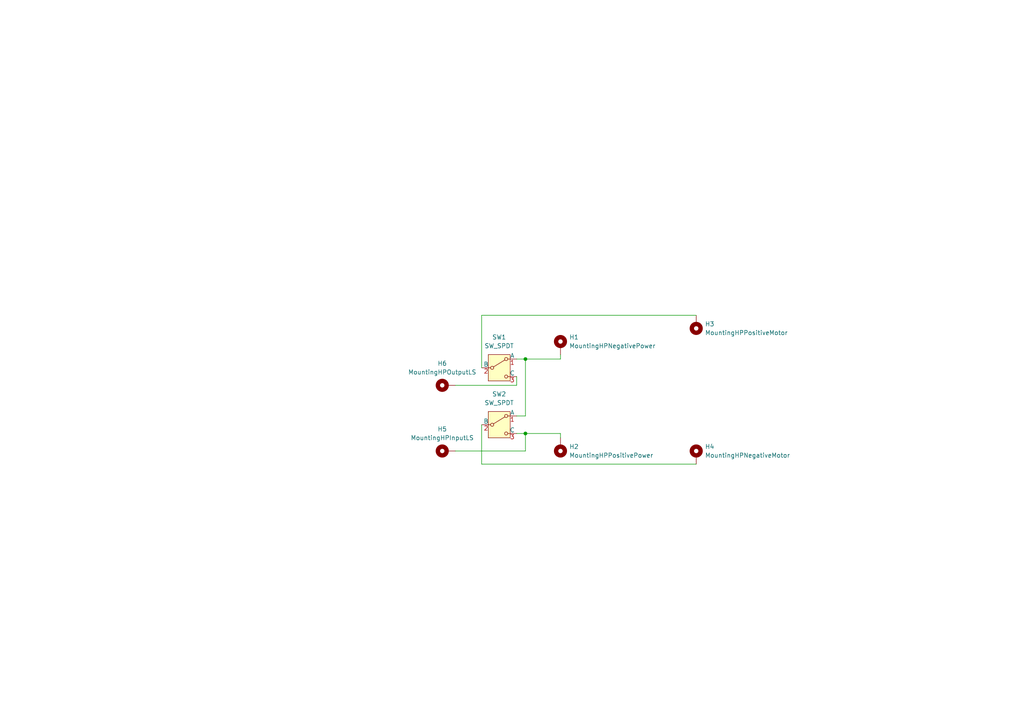
<source format=kicad_sch>
(kicad_sch (version 20231120) (generator "eeschema") (generator_version "8.0")
  (paper "A4")
  (lib_symbols
    (symbol "Mechanical:MountingHole_Pad" (pin_numbers hide) (pin_names (offset 1.016) hide) (exclude_from_sim yes) (in_bom no)
      (property "Reference" "H" (at 0 6.35 0))
      (property "Value" "MountingHole_Pad" (at 0 4.445 0))
      (symbol "MountingHole_Pad_0_1"
        (circle (center 0 1.27) (radius 1.27) (stroke (width 1.27)))
      )
      (symbol "MountingHole_Pad_1_1"
        (pin input line (at 0 -2.54 90) (length 2.54) (name "1") (number "1"))
      )
    )
    (symbol "SW_SPDT_1" (pin_names (offset 0))
      (property "Reference" "SW" (at 0 5.08 0))
      (property "Value" "SW_SPDT" (at 0 -5.08 0))
      (symbol "SW_SPDT_1_0_1"
        (circle (center -2.032 0) (radius 0.4572))
        (polyline (pts (xy -1.651 0.254) (xy 1.651 2.286)))
        (circle (center 2.032 -2.54) (radius 0.4572))
        (circle (center 2.032 2.54) (radius 0.4572))
      )
      (symbol "SW_SPDT_1_1_1"
        (rectangle (start -3.175 3.81) (end 3.175 -3.81) (fill (type background)))
        (pin passive line (at 5.08 2.54 180) (length 2.54) (name "A") (number "1"))
        (pin passive line (at -5.08 0 0) (length 2.54) (name "B") (number "2"))
        (pin passive line (at 5.08 -2.54 180) (length 2.54) (name "C") (number "3"))
      )
    )
    (symbol "Switch:SW_SPDT" (pin_names (offset 0))
      (property "Reference" "SW" (at 0 5.08 0))
      (property "Value" "SW_SPDT" (at 0 -5.08 0))
      (symbol "SW_SPDT_0_1"
        (circle (center -2.032 0) (radius 0.4572))
        (polyline (pts (xy -1.651 0.254) (xy 1.651 2.286)))
        (circle (center 2.032 -2.54) (radius 0.4572))
        (circle (center 2.032 2.54) (radius 0.4572))
      )
      (symbol "SW_SPDT_1_1"
        (rectangle (start -3.175 3.81) (end 3.175 -3.81) (fill (type background)))
        (pin passive line (at 5.08 2.54 180) (length 2.54) (name "A") (number "1"))
        (pin passive line (at -5.08 0 0) (length 2.54) (name "B") (number "2"))
        (pin passive line (at 5.08 -2.54 180) (length 2.54) (name "C") (number "3"))
      )
    )
  )
  (junction (at 152.4 104.14))
  (junction (at 152.4 125.73))
  (wire (pts (xy 139.7 134.62) (xy 201.93 134.62)))
  (wire (pts (xy 162.56 125.73) (xy 162.56 127)))
  (wire (pts (xy 149.86 104.14) (xy 152.4 104.14)))
  (wire (pts (xy 152.4 104.14) (xy 162.56 104.14)))
  (wire (pts (xy 162.56 102.87) (xy 162.56 104.14)))
  (wire (pts (xy 152.4 125.73) (xy 152.4 130.81)))
  (wire (pts (xy 139.7 106.68) (xy 139.7 91.44)))
  (wire (pts (xy 149.86 120.65) (xy 152.4 120.65)))
  (wire (pts (xy 152.4 125.73) (xy 149.86 125.73)))
  (wire (pts (xy 132.08 111.76) (xy 149.86 111.76)))
  (wire (pts (xy 132.08 130.81) (xy 152.4 130.81)))
  (wire (pts (xy 139.7 91.44) (xy 201.93 91.44)))
  (wire (pts (xy 152.4 104.14) (xy 152.4 120.65)))
  (wire (pts (xy 149.86 111.76) (xy 149.86 109.22)))
  (wire (pts (xy 162.56 125.73) (xy 152.4 125.73)))
  (wire (pts (xy 139.7 123.19) (xy 139.7 134.62)))
  (symbol (lib_id "Mechanical:MountingHole_Pad") (at 129.54 130.81 90) (unit 1) (exclude_from_sim yes) (in_bom no)
    (property "Reference" "H5" (at 128.27 124.46 90))
    (property "Value" "MountingHPInputLS" (at 128.27 127 90))
    (property "Footprint" "PersonalTJAMES:SmallerPad" (effects (hide yes)))
    (property "Description" "Mounting Hole with connection" (effects (hide yes)))
  )
  (symbol (lib_id "Mechanical:MountingHole_Pad") (at 201.93 93.98 180) (unit 1) (exclude_from_sim yes) (in_bom no)
    (property "Reference" "H3" (at 204.47 93.9799 0) (effects (justify right)))
    (property "Value" "MountingHPPositiveMotor" (at 204.47 96.5199 0) (effects (justify right)))
    (property "Footprint" "PersonalTJAMES:SmallerPad" (effects (hide yes)))
    (property "Description" "Mounting Hole with connection" (effects (hide yes)))
  )
  (symbol (lib_id "Mechanical:MountingHole_Pad") (at 162.56 100.33 0) (unit 1) (exclude_from_sim yes) (in_bom no)
    (property "Reference" "H1" (at 165.1 97.7899 0) (effects (justify left)))
    (property "Value" "MountingHPNegativePower" (at 165.1 100.3299 0) (effects (justify left)))
    (property "Footprint" "PersonalTJAMES:SmallerPad" (effects (hide yes)))
    (property "Description" "Mounting Hole with connection" (effects (hide yes)))
  )
  (symbol (lib_id "Mechanical:MountingHole_Pad") (at 201.93 132.08 0) (unit 1) (exclude_from_sim yes) (in_bom no)
    (property "Reference" "H4" (at 204.47 129.5399 0) (effects (justify left)))
    (property "Value" "MountingHPNegativeMotor" (at 204.47 132.0799 0) (effects (justify left)))
    (property "Footprint" "PersonalTJAMES:SmallerPad" (effects (hide yes)))
    (property "Description" "Mounting Hole with connection" (effects (hide yes)))
  )
  (symbol (lib_id "Mechanical:MountingHole_Pad") (at 162.56 129.54 180) (unit 1) (exclude_from_sim yes) (in_bom no)
    (property "Reference" "H2" (at 165.1 129.5399 0) (effects (justify right)))
    (property "Value" "MountingHPPositivePower" (at 165.1 132.0799 0) (effects (justify right)))
    (property "Footprint" "PersonalTJAMES:SmallerPad" (effects (hide yes)))
    (property "Description" "Mounting Hole with connection" (effects (hide yes)))
  )
  (symbol (lib_id "Mechanical:MountingHole_Pad") (at 129.54 111.76 90) (unit 1) (exclude_from_sim yes) (in_bom no)
    (property "Reference" "H6" (at 128.27 105.41 90))
    (property "Value" "MountingHPOutputLS" (at 128.27 107.95 90))
    (property "Footprint" "PersonalTJAMES:SmallerPad" (effects (hide yes)))
    (property "Description" "Mounting Hole with connection" (effects (hide yes)))
  )
  (symbol (lib_id "Switch:SW_SPDT") (at 144.78 123.19 0) (unit 1)
    (property "Reference" "SW2" (at 144.78 114.3 0))
    (property "Value" "SW_SPDT" (at 144.78 116.84 0))
    (property "Footprint" "PersonalTJAMES:SP-7" (effects (hide yes)))
    (property "Description" "Switch, single pole double throw" (effects (hide yes)))
  )
  (symbol (lib_name "SW_SPDT_1") (lib_id "Switch:SW_SPDT") (at 144.78 106.68 0) (unit 1)
    (property "Reference" "SW1" (at 144.78 97.79 0))
    (property "Value" "SW_SPDT" (at 144.78 100.33 0))
    (property "Footprint" "PersonalTJAMES:SP-7" (effects (hide yes)))
    (property "Description" "Switch, single pole double throw" (effects (hide yes)))
  )
)
</source>
